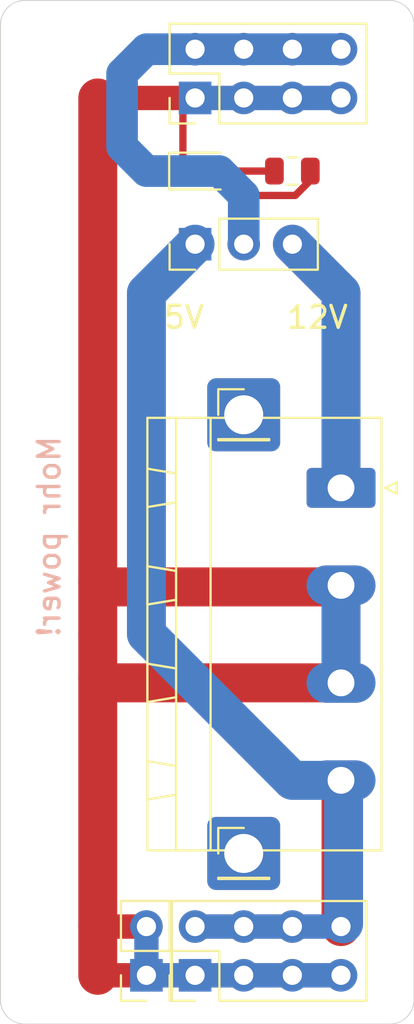
<source format=kicad_pcb>
(kicad_pcb (version 20171130) (host pcbnew 5.1.9+dfsg1-1+deb11u1)

  (general
    (thickness 1.6)
    (drawings 10)
    (tracks 48)
    (zones 0)
    (modules 9)
    (nets 8)
  )

  (page A4)
  (layers
    (0 F.Cu signal)
    (31 B.Cu signal)
    (32 B.Adhes user)
    (33 F.Adhes user)
    (34 B.Paste user)
    (35 F.Paste user)
    (36 B.SilkS user)
    (37 F.SilkS user)
    (38 B.Mask user)
    (39 F.Mask user)
    (40 Dwgs.User user)
    (41 Cmts.User user)
    (42 Eco1.User user)
    (43 Eco2.User user)
    (44 Edge.Cuts user)
    (45 Margin user)
    (46 B.CrtYd user)
    (47 F.CrtYd user)
    (48 B.Fab user hide)
    (49 F.Fab user hide)
  )

  (setup
    (last_trace_width 1.27)
    (user_trace_width 0.381)
    (user_trace_width 0.508)
    (user_trace_width 0.635)
    (user_trace_width 1.27)
    (user_trace_width 1.651)
    (user_trace_width 2.032)
    (trace_clearance 0.2)
    (zone_clearance 0.508)
    (zone_45_only no)
    (trace_min 0.2)
    (via_size 0.8)
    (via_drill 0.4)
    (via_min_size 0.4)
    (via_min_drill 0.3)
    (user_via 2.0574 2.032)
    (uvia_size 0.3)
    (uvia_drill 0.1)
    (uvias_allowed no)
    (uvia_min_size 0.2)
    (uvia_min_drill 0.1)
    (edge_width 0.05)
    (segment_width 0.2)
    (pcb_text_width 0.3)
    (pcb_text_size 1.5 1.5)
    (mod_edge_width 0.12)
    (mod_text_size 1 1)
    (mod_text_width 0.15)
    (pad_size 3.81 3.81)
    (pad_drill 2.032)
    (pad_to_mask_clearance 0)
    (aux_axis_origin 0 0)
    (visible_elements FFFFEF7F)
    (pcbplotparams
      (layerselection 0x010fc_ffffffff)
      (usegerberextensions false)
      (usegerberattributes true)
      (usegerberadvancedattributes true)
      (creategerberjobfile true)
      (excludeedgelayer true)
      (linewidth 0.100000)
      (plotframeref false)
      (viasonmask false)
      (mode 1)
      (useauxorigin false)
      (hpglpennumber 1)
      (hpglpenspeed 20)
      (hpglpendiameter 15.000000)
      (psnegative false)
      (psa4output false)
      (plotreference true)
      (plotvalue true)
      (plotinvisibletext false)
      (padsonsilk false)
      (subtractmaskfromsilk false)
      (outputformat 1)
      (mirror false)
      (drillshape 0)
      (scaleselection 1)
      (outputdirectory ""))
  )

  (net 0 "")
  (net 1 "Net-(D1-Pad2)")
  (net 2 "Net-(D1-Pad1)")
  (net 3 "Net-(J1-Pad4)")
  (net 4 "Net-(J1-Pad1)")
  (net 5 "Net-(J2-Pad2)")
  (net 6 "Net-(J5-Pad1)")
  (net 7 "Net-(J6-Pad1)")

  (net_class Default "This is the default net class."
    (clearance 0.2)
    (trace_width 0.25)
    (via_dia 0.8)
    (via_drill 0.4)
    (uvia_dia 0.3)
    (uvia_drill 0.1)
    (add_net "Net-(D1-Pad1)")
    (add_net "Net-(D1-Pad2)")
    (add_net "Net-(J1-Pad1)")
    (add_net "Net-(J1-Pad4)")
    (add_net "Net-(J2-Pad2)")
    (add_net "Net-(J5-Pad1)")
    (add_net "Net-(J6-Pad1)")
  )

  (module Connector_PinHeader_2.54mm:PinHeader_2x01_P2.54mm_Vertical (layer F.Cu) (tedit 59FED5CC) (tstamp 663A33D9)
    (at 175.26 142.24 90)
    (descr "Through hole straight pin header, 2x01, 2.54mm pitch, double rows")
    (tags "Through hole pin header THT 2x01 2.54mm double row")
    (path /663913DE)
    (fp_text reference J7 (at 1.27 -2.33 90) (layer F.SilkS) hide
      (effects (font (size 1 1) (thickness 0.15)))
    )
    (fp_text value Conn_01x02 (at 1.27 2.33 90) (layer F.Fab)
      (effects (font (size 1 1) (thickness 0.15)))
    )
    (fp_text user %R (at 1.27 0) (layer F.Fab)
      (effects (font (size 1 1) (thickness 0.15)))
    )
    (fp_line (start 0 -1.27) (end 3.81 -1.27) (layer F.Fab) (width 0.1))
    (fp_line (start 3.81 -1.27) (end 3.81 1.27) (layer F.Fab) (width 0.1))
    (fp_line (start 3.81 1.27) (end -1.27 1.27) (layer F.Fab) (width 0.1))
    (fp_line (start -1.27 1.27) (end -1.27 0) (layer F.Fab) (width 0.1))
    (fp_line (start -1.27 0) (end 0 -1.27) (layer F.Fab) (width 0.1))
    (fp_line (start -1.33 1.33) (end 3.87 1.33) (layer F.SilkS) (width 0.12))
    (fp_line (start -1.33 1.27) (end -1.33 1.33) (layer F.SilkS) (width 0.12))
    (fp_line (start 3.87 -1.33) (end 3.87 1.33) (layer F.SilkS) (width 0.12))
    (fp_line (start -1.33 1.27) (end 1.27 1.27) (layer F.SilkS) (width 0.12))
    (fp_line (start 1.27 1.27) (end 1.27 -1.33) (layer F.SilkS) (width 0.12))
    (fp_line (start 1.27 -1.33) (end 3.87 -1.33) (layer F.SilkS) (width 0.12))
    (fp_line (start -1.33 0) (end -1.33 -1.33) (layer F.SilkS) (width 0.12))
    (fp_line (start -1.33 -1.33) (end 0 -1.33) (layer F.SilkS) (width 0.12))
    (fp_line (start -1.8 -1.8) (end -1.8 1.8) (layer F.CrtYd) (width 0.05))
    (fp_line (start -1.8 1.8) (end 4.35 1.8) (layer F.CrtYd) (width 0.05))
    (fp_line (start 4.35 1.8) (end 4.35 -1.8) (layer F.CrtYd) (width 0.05))
    (fp_line (start 4.35 -1.8) (end -1.8 -1.8) (layer F.CrtYd) (width 0.05))
    (pad 2 thru_hole oval (at 2.54 0 90) (size 1.7 1.7) (drill 1) (layers *.Cu *.Mask)
      (net 2 "Net-(D1-Pad1)"))
    (pad 1 thru_hole rect (at 0 0 90) (size 1.7 1.7) (drill 1) (layers *.Cu *.Mask)
      (net 2 "Net-(D1-Pad1)"))
    (model ${KISYS3DMOD}/Connector_PinHeader_2.54mm.3dshapes/PinHeader_2x01_P2.54mm_Vertical.wrl
      (at (xyz 0 0 0))
      (scale (xyz 1 1 1))
      (rotate (xyz 0 0 0))
    )
  )

  (module Connector_PinHeader_2.54mm:PinHeader_1x01_P2.54mm_Vertical (layer F.Cu) (tedit 59FED5CC) (tstamp 663A28F3)
    (at 180.34 135.89)
    (descr "Through hole straight pin header, 1x01, 2.54mm pitch, single row")
    (tags "Through hole pin header THT 1x01 2.54mm single row")
    (path /6638CE7D)
    (fp_text reference J6 (at 0 -2.33) (layer F.SilkS) hide
      (effects (font (size 1 1) (thickness 0.15)))
    )
    (fp_text value Conn_01x01 (at 0 2.33) (layer F.Fab)
      (effects (font (size 1 1) (thickness 0.15)))
    )
    (fp_text user %R (at 0 0 90) (layer F.Fab)
      (effects (font (size 1 1) (thickness 0.15)))
    )
    (fp_line (start -0.635 -1.27) (end 1.27 -1.27) (layer F.Fab) (width 0.1))
    (fp_line (start 1.27 -1.27) (end 1.27 1.27) (layer F.Fab) (width 0.1))
    (fp_line (start 1.27 1.27) (end -1.27 1.27) (layer F.Fab) (width 0.1))
    (fp_line (start -1.27 1.27) (end -1.27 -0.635) (layer F.Fab) (width 0.1))
    (fp_line (start -1.27 -0.635) (end -0.635 -1.27) (layer F.Fab) (width 0.1))
    (fp_line (start -1.33 1.33) (end 1.33 1.33) (layer F.SilkS) (width 0.12))
    (fp_line (start -1.33 1.27) (end -1.33 1.33) (layer F.SilkS) (width 0.12))
    (fp_line (start 1.33 1.27) (end 1.33 1.33) (layer F.SilkS) (width 0.12))
    (fp_line (start -1.33 1.27) (end 1.33 1.27) (layer F.SilkS) (width 0.12))
    (fp_line (start -1.33 0) (end -1.33 -1.33) (layer F.SilkS) (width 0.12))
    (fp_line (start -1.33 -1.33) (end 0 -1.33) (layer F.SilkS) (width 0.12))
    (fp_line (start -1.8 -1.8) (end -1.8 1.8) (layer F.CrtYd) (width 0.05))
    (fp_line (start -1.8 1.8) (end 1.8 1.8) (layer F.CrtYd) (width 0.05))
    (fp_line (start 1.8 1.8) (end 1.8 -1.8) (layer F.CrtYd) (width 0.05))
    (fp_line (start 1.8 -1.8) (end -1.8 -1.8) (layer F.CrtYd) (width 0.05))
    (pad 1 thru_hole roundrect (at 0 0) (size 3.81 3.81) (drill 2.032) (layers *.Cu *.Mask) (roundrect_rratio 0.12)
      (net 7 "Net-(J6-Pad1)"))
    (model ${KISYS3DMOD}/Connector_PinHeader_2.54mm.3dshapes/PinHeader_1x01_P2.54mm_Vertical.wrl
      (at (xyz 0 0 0))
      (scale (xyz 1 1 1))
      (rotate (xyz 0 0 0))
    )
  )

  (module Connector_PinHeader_2.54mm:PinHeader_1x01_P2.54mm_Vertical (layer F.Cu) (tedit 6635D5B5) (tstamp 663A26B0)
    (at 180.34 113.03)
    (descr "Through hole straight pin header, 1x01, 2.54mm pitch, single row")
    (tags "Through hole pin header THT 1x01 2.54mm single row")
    (path /6638C947)
    (fp_text reference J5 (at 0 -2.33) (layer F.SilkS) hide
      (effects (font (size 1 1) (thickness 0.15)))
    )
    (fp_text value Conn_01x01 (at 0 2.33) (layer F.Fab)
      (effects (font (size 1 1) (thickness 0.15)))
    )
    (fp_text user %R (at 0 0 90) (layer F.Fab)
      (effects (font (size 1 1) (thickness 0.15)))
    )
    (fp_line (start -0.635 -1.27) (end 1.27 -1.27) (layer F.Fab) (width 0.1))
    (fp_line (start 1.27 -1.27) (end 1.27 1.27) (layer F.Fab) (width 0.1))
    (fp_line (start 1.27 1.27) (end -1.27 1.27) (layer F.Fab) (width 0.1))
    (fp_line (start -1.27 1.27) (end -1.27 -0.635) (layer F.Fab) (width 0.1))
    (fp_line (start -1.27 -0.635) (end -0.635 -1.27) (layer F.Fab) (width 0.1))
    (fp_line (start -1.33 1.33) (end 1.33 1.33) (layer F.SilkS) (width 0.12))
    (fp_line (start -1.33 1.27) (end -1.33 1.33) (layer F.SilkS) (width 0.12))
    (fp_line (start 1.33 1.27) (end 1.33 1.33) (layer F.SilkS) (width 0.12))
    (fp_line (start -1.33 1.27) (end 1.33 1.27) (layer F.SilkS) (width 0.12))
    (fp_line (start -1.33 0) (end -1.33 -1.33) (layer F.SilkS) (width 0.12))
    (fp_line (start -1.33 -1.33) (end 0 -1.33) (layer F.SilkS) (width 0.12))
    (fp_line (start -1.8 -1.8) (end -1.8 1.8) (layer F.CrtYd) (width 0.05))
    (fp_line (start -1.8 1.8) (end 1.8 1.8) (layer F.CrtYd) (width 0.05))
    (fp_line (start 1.8 1.8) (end 1.8 -1.8) (layer F.CrtYd) (width 0.05))
    (fp_line (start 1.8 -1.8) (end -1.8 -1.8) (layer F.CrtYd) (width 0.05))
    (pad 1 thru_hole roundrect (at 0 0) (size 3.81 3.81) (drill 2.032) (layers *.Cu *.Mask) (roundrect_rratio 0.12)
      (net 6 "Net-(J5-Pad1)"))
    (model ${KISYS3DMOD}/Connector_PinHeader_2.54mm.3dshapes/PinHeader_1x01_P2.54mm_Vertical.wrl
      (at (xyz 0 0 0))
      (scale (xyz 1 1 1))
      (rotate (xyz 0 0 0))
    )
  )

  (module Resistor_SMD:R_0805_2012Metric (layer F.Cu) (tedit 5B36C52B) (tstamp 663A14D3)
    (at 182.88 100.33 180)
    (descr "Resistor SMD 0805 (2012 Metric), square (rectangular) end terminal, IPC_7351 nominal, (Body size source: https://docs.google.com/spreadsheets/d/1BsfQQcO9C6DZCsRaXUlFlo91Tg2WpOkGARC1WS5S8t0/edit?usp=sharing), generated with kicad-footprint-generator")
    (tags resistor)
    (path /66371646)
    (attr smd)
    (fp_text reference R1 (at 0 -1.65) (layer F.SilkS) hide
      (effects (font (size 1 1) (thickness 0.15)))
    )
    (fp_text value R (at 0 1.65) (layer F.Fab)
      (effects (font (size 1 1) (thickness 0.15)))
    )
    (fp_text user %R (at 0 0) (layer F.Fab)
      (effects (font (size 0.5 0.5) (thickness 0.08)))
    )
    (fp_line (start -1 0.6) (end -1 -0.6) (layer F.Fab) (width 0.1))
    (fp_line (start -1 -0.6) (end 1 -0.6) (layer F.Fab) (width 0.1))
    (fp_line (start 1 -0.6) (end 1 0.6) (layer F.Fab) (width 0.1))
    (fp_line (start 1 0.6) (end -1 0.6) (layer F.Fab) (width 0.1))
    (fp_line (start -0.258578 -0.71) (end 0.258578 -0.71) (layer F.SilkS) (width 0.12))
    (fp_line (start -0.258578 0.71) (end 0.258578 0.71) (layer F.SilkS) (width 0.12))
    (fp_line (start -1.68 0.95) (end -1.68 -0.95) (layer F.CrtYd) (width 0.05))
    (fp_line (start -1.68 -0.95) (end 1.68 -0.95) (layer F.CrtYd) (width 0.05))
    (fp_line (start 1.68 -0.95) (end 1.68 0.95) (layer F.CrtYd) (width 0.05))
    (fp_line (start 1.68 0.95) (end -1.68 0.95) (layer F.CrtYd) (width 0.05))
    (pad 2 smd roundrect (at 0.9375 0 180) (size 0.975 1.4) (layers F.Cu F.Paste F.Mask) (roundrect_rratio 0.25)
      (net 1 "Net-(D1-Pad2)"))
    (pad 1 smd roundrect (at -0.9375 0 180) (size 0.975 1.4) (layers F.Cu F.Paste F.Mask) (roundrect_rratio 0.25)
      (net 5 "Net-(J2-Pad2)"))
    (model ${KISYS3DMOD}/Resistor_SMD.3dshapes/R_0805_2012Metric.wrl
      (at (xyz 0 0 0))
      (scale (xyz 1 1 1))
      (rotate (xyz 0 0 0))
    )
  )

  (module Connector_PinHeader_2.54mm:PinHeader_2x04_P2.54mm_Vertical (layer F.Cu) (tedit 59FED5CC) (tstamp 663A144C)
    (at 177.8 142.24 90)
    (descr "Through hole straight pin header, 2x04, 2.54mm pitch, double rows")
    (tags "Through hole pin header THT 2x04 2.54mm double row")
    (path /66370A6D)
    (fp_text reference J4 (at 1.27 -2.33 90) (layer F.SilkS) hide
      (effects (font (size 1 1) (thickness 0.15)))
    )
    (fp_text value Conn_02x04_Odd_Even (at 1.27 9.95 90) (layer F.Fab)
      (effects (font (size 1 1) (thickness 0.15)))
    )
    (fp_text user %R (at 1.27 3.81) (layer F.Fab)
      (effects (font (size 1 1) (thickness 0.15)))
    )
    (fp_line (start 0 -1.27) (end 3.81 -1.27) (layer F.Fab) (width 0.1))
    (fp_line (start 3.81 -1.27) (end 3.81 8.89) (layer F.Fab) (width 0.1))
    (fp_line (start 3.81 8.89) (end -1.27 8.89) (layer F.Fab) (width 0.1))
    (fp_line (start -1.27 8.89) (end -1.27 0) (layer F.Fab) (width 0.1))
    (fp_line (start -1.27 0) (end 0 -1.27) (layer F.Fab) (width 0.1))
    (fp_line (start -1.33 8.95) (end 3.87 8.95) (layer F.SilkS) (width 0.12))
    (fp_line (start -1.33 1.27) (end -1.33 8.95) (layer F.SilkS) (width 0.12))
    (fp_line (start 3.87 -1.33) (end 3.87 8.95) (layer F.SilkS) (width 0.12))
    (fp_line (start -1.33 1.27) (end 1.27 1.27) (layer F.SilkS) (width 0.12))
    (fp_line (start 1.27 1.27) (end 1.27 -1.33) (layer F.SilkS) (width 0.12))
    (fp_line (start 1.27 -1.33) (end 3.87 -1.33) (layer F.SilkS) (width 0.12))
    (fp_line (start -1.33 0) (end -1.33 -1.33) (layer F.SilkS) (width 0.12))
    (fp_line (start -1.33 -1.33) (end 0 -1.33) (layer F.SilkS) (width 0.12))
    (fp_line (start -1.8 -1.8) (end -1.8 9.4) (layer F.CrtYd) (width 0.05))
    (fp_line (start -1.8 9.4) (end 4.35 9.4) (layer F.CrtYd) (width 0.05))
    (fp_line (start 4.35 9.4) (end 4.35 -1.8) (layer F.CrtYd) (width 0.05))
    (fp_line (start 4.35 -1.8) (end -1.8 -1.8) (layer F.CrtYd) (width 0.05))
    (pad 8 thru_hole oval (at 2.54 7.62 90) (size 1.7 1.7) (drill 1) (layers *.Cu *.Mask)
      (net 3 "Net-(J1-Pad4)"))
    (pad 7 thru_hole oval (at 0 7.62 90) (size 1.7 1.7) (drill 1) (layers *.Cu *.Mask)
      (net 2 "Net-(D1-Pad1)"))
    (pad 6 thru_hole oval (at 2.54 5.08 90) (size 1.7 1.7) (drill 1) (layers *.Cu *.Mask)
      (net 3 "Net-(J1-Pad4)"))
    (pad 5 thru_hole oval (at 0 5.08 90) (size 1.7 1.7) (drill 1) (layers *.Cu *.Mask)
      (net 2 "Net-(D1-Pad1)"))
    (pad 4 thru_hole oval (at 2.54 2.54 90) (size 1.7 1.7) (drill 1) (layers *.Cu *.Mask)
      (net 3 "Net-(J1-Pad4)"))
    (pad 3 thru_hole oval (at 0 2.54 90) (size 1.7 1.7) (drill 1) (layers *.Cu *.Mask)
      (net 2 "Net-(D1-Pad1)"))
    (pad 2 thru_hole oval (at 2.54 0 90) (size 1.7 1.7) (drill 1) (layers *.Cu *.Mask)
      (net 3 "Net-(J1-Pad4)"))
    (pad 1 thru_hole rect (at 0 0 90) (size 1.7 1.7) (drill 1) (layers *.Cu *.Mask)
      (net 2 "Net-(D1-Pad1)"))
    (model ${KISYS3DMOD}/Connector_PinHeader_2.54mm.3dshapes/PinHeader_2x04_P2.54mm_Vertical.wrl
      (at (xyz 0 0 0))
      (scale (xyz 1 1 1))
      (rotate (xyz 0 0 0))
    )
  )

  (module Connector_PinHeader_2.54mm:PinHeader_2x04_P2.54mm_Vertical (layer F.Cu) (tedit 59FED5CC) (tstamp 663A1200)
    (at 177.8 96.52 90)
    (descr "Through hole straight pin header, 2x04, 2.54mm pitch, double rows")
    (tags "Through hole pin header THT 2x04 2.54mm double row")
    (path /6637040D)
    (fp_text reference J3 (at 1.27 -2.33 90) (layer F.SilkS) hide
      (effects (font (size 1 1) (thickness 0.15)))
    )
    (fp_text value Conn_02x04_Odd_Even (at 1.27 9.95 90) (layer F.Fab)
      (effects (font (size 1 1) (thickness 0.15)))
    )
    (fp_text user %R (at 1.27 3.81) (layer F.Fab)
      (effects (font (size 1 1) (thickness 0.15)))
    )
    (fp_line (start 0 -1.27) (end 3.81 -1.27) (layer F.Fab) (width 0.1))
    (fp_line (start 3.81 -1.27) (end 3.81 8.89) (layer F.Fab) (width 0.1))
    (fp_line (start 3.81 8.89) (end -1.27 8.89) (layer F.Fab) (width 0.1))
    (fp_line (start -1.27 8.89) (end -1.27 0) (layer F.Fab) (width 0.1))
    (fp_line (start -1.27 0) (end 0 -1.27) (layer F.Fab) (width 0.1))
    (fp_line (start -1.33 8.95) (end 3.87 8.95) (layer F.SilkS) (width 0.12))
    (fp_line (start -1.33 1.27) (end -1.33 8.95) (layer F.SilkS) (width 0.12))
    (fp_line (start 3.87 -1.33) (end 3.87 8.95) (layer F.SilkS) (width 0.12))
    (fp_line (start -1.33 1.27) (end 1.27 1.27) (layer F.SilkS) (width 0.12))
    (fp_line (start 1.27 1.27) (end 1.27 -1.33) (layer F.SilkS) (width 0.12))
    (fp_line (start 1.27 -1.33) (end 3.87 -1.33) (layer F.SilkS) (width 0.12))
    (fp_line (start -1.33 0) (end -1.33 -1.33) (layer F.SilkS) (width 0.12))
    (fp_line (start -1.33 -1.33) (end 0 -1.33) (layer F.SilkS) (width 0.12))
    (fp_line (start -1.8 -1.8) (end -1.8 9.4) (layer F.CrtYd) (width 0.05))
    (fp_line (start -1.8 9.4) (end 4.35 9.4) (layer F.CrtYd) (width 0.05))
    (fp_line (start 4.35 9.4) (end 4.35 -1.8) (layer F.CrtYd) (width 0.05))
    (fp_line (start 4.35 -1.8) (end -1.8 -1.8) (layer F.CrtYd) (width 0.05))
    (pad 8 thru_hole oval (at 2.54 7.62 90) (size 1.7 1.7) (drill 1) (layers *.Cu *.Mask)
      (net 5 "Net-(J2-Pad2)"))
    (pad 7 thru_hole oval (at 0 7.62 90) (size 1.7 1.7) (drill 1) (layers *.Cu *.Mask)
      (net 2 "Net-(D1-Pad1)"))
    (pad 6 thru_hole oval (at 2.54 5.08 90) (size 1.7 1.7) (drill 1) (layers *.Cu *.Mask)
      (net 5 "Net-(J2-Pad2)"))
    (pad 5 thru_hole oval (at 0 5.08 90) (size 1.7 1.7) (drill 1) (layers *.Cu *.Mask)
      (net 2 "Net-(D1-Pad1)"))
    (pad 4 thru_hole oval (at 2.54 2.54 90) (size 1.7 1.7) (drill 1) (layers *.Cu *.Mask)
      (net 5 "Net-(J2-Pad2)"))
    (pad 3 thru_hole oval (at 0 2.54 90) (size 1.7 1.7) (drill 1) (layers *.Cu *.Mask)
      (net 2 "Net-(D1-Pad1)"))
    (pad 2 thru_hole oval (at 2.54 0 90) (size 1.7 1.7) (drill 1) (layers *.Cu *.Mask)
      (net 5 "Net-(J2-Pad2)"))
    (pad 1 thru_hole rect (at 0 0 90) (size 1.7 1.7) (drill 1) (layers *.Cu *.Mask)
      (net 2 "Net-(D1-Pad1)"))
    (model ${KISYS3DMOD}/Connector_PinHeader_2.54mm.3dshapes/PinHeader_2x04_P2.54mm_Vertical.wrl
      (at (xyz 0 0 0))
      (scale (xyz 1 1 1))
      (rotate (xyz 0 0 0))
    )
  )

  (module Connector_PinHeader_2.54mm:PinHeader_1x03_P2.54mm_Vertical (layer F.Cu) (tedit 59FED5CC) (tstamp 663A0FB4)
    (at 177.8 104.14 90)
    (descr "Through hole straight pin header, 1x03, 2.54mm pitch, single row")
    (tags "Through hole pin header THT 1x03 2.54mm single row")
    (path /66376D0E)
    (fp_text reference J2 (at 0 -2.33 90) (layer F.SilkS) hide
      (effects (font (size 1 1) (thickness 0.15)))
    )
    (fp_text value Conn_01x03 (at 0 7.41 90) (layer F.Fab)
      (effects (font (size 1 1) (thickness 0.15)))
    )
    (fp_text user %R (at 0 2.54) (layer F.Fab)
      (effects (font (size 1 1) (thickness 0.15)))
    )
    (fp_line (start -0.635 -1.27) (end 1.27 -1.27) (layer F.Fab) (width 0.1))
    (fp_line (start 1.27 -1.27) (end 1.27 6.35) (layer F.Fab) (width 0.1))
    (fp_line (start 1.27 6.35) (end -1.27 6.35) (layer F.Fab) (width 0.1))
    (fp_line (start -1.27 6.35) (end -1.27 -0.635) (layer F.Fab) (width 0.1))
    (fp_line (start -1.27 -0.635) (end -0.635 -1.27) (layer F.Fab) (width 0.1))
    (fp_line (start -1.33 6.41) (end 1.33 6.41) (layer F.SilkS) (width 0.12))
    (fp_line (start -1.33 1.27) (end -1.33 6.41) (layer F.SilkS) (width 0.12))
    (fp_line (start 1.33 1.27) (end 1.33 6.41) (layer F.SilkS) (width 0.12))
    (fp_line (start -1.33 1.27) (end 1.33 1.27) (layer F.SilkS) (width 0.12))
    (fp_line (start -1.33 0) (end -1.33 -1.33) (layer F.SilkS) (width 0.12))
    (fp_line (start -1.33 -1.33) (end 0 -1.33) (layer F.SilkS) (width 0.12))
    (fp_line (start -1.8 -1.8) (end -1.8 6.85) (layer F.CrtYd) (width 0.05))
    (fp_line (start -1.8 6.85) (end 1.8 6.85) (layer F.CrtYd) (width 0.05))
    (fp_line (start 1.8 6.85) (end 1.8 -1.8) (layer F.CrtYd) (width 0.05))
    (fp_line (start 1.8 -1.8) (end -1.8 -1.8) (layer F.CrtYd) (width 0.05))
    (pad 3 thru_hole oval (at 0 5.08 90) (size 1.7 1.7) (drill 1) (layers *.Cu *.Mask)
      (net 4 "Net-(J1-Pad1)"))
    (pad 2 thru_hole oval (at 0 2.54 90) (size 1.7 1.7) (drill 1) (layers *.Cu *.Mask)
      (net 5 "Net-(J2-Pad2)"))
    (pad 1 thru_hole rect (at 0 0 90) (size 1.7 1.7) (drill 1) (layers *.Cu *.Mask)
      (net 3 "Net-(J1-Pad4)"))
    (model ${KISYS3DMOD}/Connector_PinHeader_2.54mm.3dshapes/PinHeader_1x03_P2.54mm_Vertical.wrl
      (at (xyz 0 0 0))
      (scale (xyz 1 1 1))
      (rotate (xyz 0 0 0))
    )
  )

  (module Connector_Phoenix_MSTB:PhoenixContact_MSTBA_2,5_4-G-5,08_1x04_P5.08mm_Horizontal (layer F.Cu) (tedit 5B785047) (tstamp 663A0D6F)
    (at 185.42 116.84 270)
    (descr "Generic Phoenix Contact connector footprint for: MSTBA_2,5/4-G-5,08; number of pins: 04; pin pitch: 5.08mm; Angled || order number: 1757268 12A || order number: 1923885 16A (HC)")
    (tags "phoenix_contact connector MSTBA_01x04_G_5.08mm")
    (path /6636F77B)
    (fp_text reference J1 (at 7.62 -3.2 90) (layer F.SilkS) hide
      (effects (font (size 1 1) (thickness 0.15)))
    )
    (fp_text value Conn_01x04_Male (at 7.62 11.2 90) (layer F.Fab)
      (effects (font (size 1 1) (thickness 0.15)))
    )
    (fp_text user %R (at 7.62 -1.3 90) (layer F.Fab)
      (effects (font (size 1 1) (thickness 0.15)))
    )
    (fp_line (start -3.65 -2.11) (end -3.65 10.11) (layer F.SilkS) (width 0.12))
    (fp_line (start -3.65 10.11) (end 18.89 10.11) (layer F.SilkS) (width 0.12))
    (fp_line (start 18.89 10.11) (end 18.89 -2.11) (layer F.SilkS) (width 0.12))
    (fp_line (start 18.89 -2.11) (end -3.65 -2.11) (layer F.SilkS) (width 0.12))
    (fp_line (start -3.54 -2) (end -3.54 10) (layer F.Fab) (width 0.1))
    (fp_line (start -3.54 10) (end 18.78 10) (layer F.Fab) (width 0.1))
    (fp_line (start 18.78 10) (end 18.78 -2) (layer F.Fab) (width 0.1))
    (fp_line (start 18.78 -2) (end -3.54 -2) (layer F.Fab) (width 0.1))
    (fp_line (start -3.65 8.61) (end -3.65 6.81) (layer F.SilkS) (width 0.12))
    (fp_line (start -3.65 6.81) (end 18.89 6.81) (layer F.SilkS) (width 0.12))
    (fp_line (start 18.89 6.81) (end 18.89 8.61) (layer F.SilkS) (width 0.12))
    (fp_line (start 18.89 8.61) (end -3.65 8.61) (layer F.SilkS) (width 0.12))
    (fp_line (start -1 10.11) (end 1 10.11) (layer F.SilkS) (width 0.12))
    (fp_line (start 1 10.11) (end 0.75 8.61) (layer F.SilkS) (width 0.12))
    (fp_line (start 0.75 8.61) (end -0.75 8.61) (layer F.SilkS) (width 0.12))
    (fp_line (start -0.75 8.61) (end -1 10.11) (layer F.SilkS) (width 0.12))
    (fp_line (start 4.08 10.11) (end 6.08 10.11) (layer F.SilkS) (width 0.12))
    (fp_line (start 6.08 10.11) (end 5.83 8.61) (layer F.SilkS) (width 0.12))
    (fp_line (start 5.83 8.61) (end 4.33 8.61) (layer F.SilkS) (width 0.12))
    (fp_line (start 4.33 8.61) (end 4.08 10.11) (layer F.SilkS) (width 0.12))
    (fp_line (start 9.16 10.11) (end 11.16 10.11) (layer F.SilkS) (width 0.12))
    (fp_line (start 11.16 10.11) (end 10.91 8.61) (layer F.SilkS) (width 0.12))
    (fp_line (start 10.91 8.61) (end 9.41 8.61) (layer F.SilkS) (width 0.12))
    (fp_line (start 9.41 8.61) (end 9.16 10.11) (layer F.SilkS) (width 0.12))
    (fp_line (start 14.24 10.11) (end 16.24 10.11) (layer F.SilkS) (width 0.12))
    (fp_line (start 16.24 10.11) (end 15.99 8.61) (layer F.SilkS) (width 0.12))
    (fp_line (start 15.99 8.61) (end 14.49 8.61) (layer F.SilkS) (width 0.12))
    (fp_line (start 14.49 8.61) (end 14.24 10.11) (layer F.SilkS) (width 0.12))
    (fp_line (start -4.04 -2.5) (end -4.04 10.5) (layer F.CrtYd) (width 0.05))
    (fp_line (start -4.04 10.5) (end 19.28 10.5) (layer F.CrtYd) (width 0.05))
    (fp_line (start 19.28 10.5) (end 19.28 -2.5) (layer F.CrtYd) (width 0.05))
    (fp_line (start 19.28 -2.5) (end -4.04 -2.5) (layer F.CrtYd) (width 0.05))
    (fp_line (start 0.3 -2.91) (end 0 -2.31) (layer F.SilkS) (width 0.12))
    (fp_line (start 0 -2.31) (end -0.3 -2.91) (layer F.SilkS) (width 0.12))
    (fp_line (start -0.3 -2.91) (end 0.3 -2.91) (layer F.SilkS) (width 0.12))
    (fp_line (start 0.95 -2) (end 0 -0.5) (layer F.Fab) (width 0.1))
    (fp_line (start 0 -0.5) (end -0.95 -2) (layer F.Fab) (width 0.1))
    (pad 4 thru_hole oval (at 15.24 0 270) (size 2.08 3.6) (drill 1.4) (layers *.Cu *.Mask)
      (net 3 "Net-(J1-Pad4)"))
    (pad 3 thru_hole oval (at 10.16 0 270) (size 2.08 3.6) (drill 1.4) (layers *.Cu *.Mask)
      (net 2 "Net-(D1-Pad1)"))
    (pad 2 thru_hole oval (at 5.08 0 270) (size 2.08 3.6) (drill 1.4) (layers *.Cu *.Mask)
      (net 2 "Net-(D1-Pad1)"))
    (pad 1 thru_hole roundrect (at 0 0 270) (size 2.08 3.6) (drill 1.4) (layers *.Cu *.Mask) (roundrect_rratio 0.1201918269230769)
      (net 4 "Net-(J1-Pad1)"))
    (model ${KISYS3DMOD}/Connector_Phoenix_MSTB.3dshapes/PhoenixContact_MSTBA_2,5_4-G-5,08_1x04_P5.08mm_Horizontal.wrl
      (at (xyz 0 0 0))
      (scale (xyz 1 1 1))
      (rotate (xyz 0 0 0))
    )
  )

  (module LED_SMD:LED_0805_2012Metric (layer F.Cu) (tedit 5B36C52C) (tstamp 663A0BD9)
    (at 178.1325 100.33)
    (descr "LED SMD 0805 (2012 Metric), square (rectangular) end terminal, IPC_7351 nominal, (Body size source: https://docs.google.com/spreadsheets/d/1BsfQQcO9C6DZCsRaXUlFlo91Tg2WpOkGARC1WS5S8t0/edit?usp=sharing), generated with kicad-footprint-generator")
    (tags diode)
    (path /66371CC2)
    (attr smd)
    (fp_text reference D1 (at 0 -1.65) (layer F.SilkS) hide
      (effects (font (size 1 1) (thickness 0.15)))
    )
    (fp_text value LED (at 0 1.65) (layer F.Fab)
      (effects (font (size 1 1) (thickness 0.15)))
    )
    (fp_text user %R (at 0 0) (layer F.Fab)
      (effects (font (size 0.5 0.5) (thickness 0.08)))
    )
    (fp_line (start 1 -0.6) (end -0.7 -0.6) (layer F.Fab) (width 0.1))
    (fp_line (start -0.7 -0.6) (end -1 -0.3) (layer F.Fab) (width 0.1))
    (fp_line (start -1 -0.3) (end -1 0.6) (layer F.Fab) (width 0.1))
    (fp_line (start -1 0.6) (end 1 0.6) (layer F.Fab) (width 0.1))
    (fp_line (start 1 0.6) (end 1 -0.6) (layer F.Fab) (width 0.1))
    (fp_line (start 1 -0.96) (end -1.685 -0.96) (layer F.SilkS) (width 0.12))
    (fp_line (start -1.685 -0.96) (end -1.685 0.96) (layer F.SilkS) (width 0.12))
    (fp_line (start -1.685 0.96) (end 1 0.96) (layer F.SilkS) (width 0.12))
    (fp_line (start -1.68 0.95) (end -1.68 -0.95) (layer F.CrtYd) (width 0.05))
    (fp_line (start -1.68 -0.95) (end 1.68 -0.95) (layer F.CrtYd) (width 0.05))
    (fp_line (start 1.68 -0.95) (end 1.68 0.95) (layer F.CrtYd) (width 0.05))
    (fp_line (start 1.68 0.95) (end -1.68 0.95) (layer F.CrtYd) (width 0.05))
    (pad 2 smd roundrect (at 0.9375 0) (size 0.975 1.4) (layers F.Cu F.Paste F.Mask) (roundrect_rratio 0.25)
      (net 1 "Net-(D1-Pad2)"))
    (pad 1 smd roundrect (at -0.9375 0) (size 0.975 1.4) (layers F.Cu F.Paste F.Mask) (roundrect_rratio 0.25)
      (net 2 "Net-(D1-Pad1)"))
    (model ${KISYS3DMOD}/LED_SMD.3dshapes/LED_0805_2012Metric.wrl
      (at (xyz 0 0 0))
      (scale (xyz 1 1 1))
      (rotate (xyz 0 0 0))
    )
  )

  (gr_text "5V     12V" (at 180.975 107.95) (layer F.SilkS)
    (effects (font (size 1.143 1.143) (thickness 0.1778)))
  )
  (gr_text "Mohr power!" (at 170.18 119.38 90) (layer B.SilkS)
    (effects (font (size 1.143 1.143) (thickness 0.1778)) (justify mirror))
  )
  (gr_arc (start 168.91 143.51) (end 167.64 143.51) (angle -90) (layer Edge.Cuts) (width 0.05))
  (gr_arc (start 187.96 143.51) (end 187.96 144.78) (angle -90) (layer Edge.Cuts) (width 0.05))
  (gr_arc (start 168.91 92.71) (end 168.91 91.44) (angle -90) (layer Edge.Cuts) (width 0.05))
  (gr_arc (start 187.96 92.71) (end 189.23 92.71) (angle -90) (layer Edge.Cuts) (width 0.05))
  (gr_line (start 168.91 91.44) (end 187.96 91.44) (layer Edge.Cuts) (width 0.05) (tstamp 663A2AC4))
  (gr_line (start 167.64 143.51) (end 167.64 92.71) (layer Edge.Cuts) (width 0.05))
  (gr_line (start 187.96 144.78) (end 168.91 144.78) (layer Edge.Cuts) (width 0.05))
  (gr_line (start 189.23 92.71) (end 189.23 143.51) (layer Edge.Cuts) (width 0.05))

  (segment (start 181.9425 100.33) (end 179.07 100.33) (width 0.381) (layer F.Cu) (net 1))
  (segment (start 185.42 96.52) (end 172.72 96.52) (width 1.27) (layer F.Cu) (net 2))
  (segment (start 177.165 97.155) (end 177.8 96.52) (width 0.381) (layer F.Cu) (net 2))
  (segment (start 177.165 100.3) (end 177.165 97.155) (width 0.381) (layer F.Cu) (net 2))
  (segment (start 177.195 100.33) (end 177.165 100.3) (width 0.381) (layer F.Cu) (net 2))
  (segment (start 172.72 121.72) (end 172.72 124.46) (width 2.032) (layer F.Cu) (net 2))
  (segment (start 172.72 96.52) (end 172.72 121.72) (width 2.032) (layer F.Cu) (net 2))
  (segment (start 172.72 124.46) (end 172.72 126.72) (width 2.032) (layer F.Cu) (net 2))
  (segment (start 173 127) (end 172.72 126.72) (width 2.032) (layer F.Cu) (net 2))
  (segment (start 185.42 127) (end 173 127) (width 2.032) (layer F.Cu) (net 2))
  (segment (start 173 122) (end 172.72 121.72) (width 2.032) (layer F.Cu) (net 2))
  (segment (start 185.34 122) (end 173 122) (width 2.032) (layer F.Cu) (net 2))
  (segment (start 185.42 121.92) (end 185.34 122) (width 2.032) (layer F.Cu) (net 2))
  (segment (start 185.42 121.92) (end 185.42 127) (width 2.032) (layer F.Cu) (net 2))
  (segment (start 185.42 121.92) (end 185.42 127) (width 2.032) (layer B.Cu) (net 2))
  (segment (start 175.26 139.7) (end 172.72 139.7) (width 1.27) (layer F.Cu) (net 2))
  (segment (start 172.72 139.7) (end 172.72 142.24) (width 2.032) (layer F.Cu) (net 2))
  (segment (start 172.72 126.72) (end 172.72 139.7) (width 2.032) (layer F.Cu) (net 2))
  (segment (start 185.42 142.24) (end 172.72 142.24) (width 1.27) (layer F.Cu) (net 2))
  (segment (start 177.8 96.52) (end 185.42 96.52) (width 1.27) (layer B.Cu) (net 2))
  (segment (start 185.42 142.24) (end 175.26 142.24) (width 1.27) (layer B.Cu) (net 2))
  (segment (start 175.26 139.7) (end 175.26 142.24) (width 1.27) (layer B.Cu) (net 2))
  (segment (start 185.555503 132.215503) (end 185.555503 139.554503) (width 2.032) (layer B.Cu) (net 3))
  (segment (start 185.42 132.08) (end 185.555503 132.215503) (width 1.27) (layer B.Cu) (net 3))
  (segment (start 182.88 132.08) (end 185.42 132.08) (width 2.032) (layer B.Cu) (net 3))
  (segment (start 175.26 124.46) (end 182.88 132.08) (width 2.032) (layer B.Cu) (net 3))
  (segment (start 175.26 106.68) (end 175.26 124.46) (width 2.032) (layer B.Cu) (net 3))
  (segment (start 177.8 104.14) (end 175.26 106.68) (width 2.032) (layer B.Cu) (net 3))
  (segment (start 185.42 139.7) (end 177.8 139.7) (width 1.27) (layer B.Cu) (net 3))
  (segment (start 185.42 132.08) (end 185.42 139.7) (width 2.032) (layer F.Cu) (net 3))
  (segment (start 185.42 139.7) (end 177.8 139.7) (width 1.27) (layer F.Cu) (net 3))
  (segment (start 185.42 106.68) (end 185.42 116.84) (width 2.032) (layer B.Cu) (net 4))
  (segment (start 182.88 104.14) (end 185.42 106.68) (width 2.032) (layer B.Cu) (net 4))
  (segment (start 185.42 116.84) (end 185.42 106.68) (width 2.032) (layer F.Cu) (net 4))
  (segment (start 185.42 106.68) (end 182.88 104.14) (width 2.032) (layer F.Cu) (net 4))
  (segment (start 180.34 102.235) (end 180.34 104.14) (width 0.635) (layer F.Cu) (net 5) (tstamp 663A2AA8))
  (segment (start 180.975 101.6) (end 180.34 102.235) (width 0.381) (layer F.Cu) (net 5))
  (segment (start 183.03125 101.6) (end 180.975 101.6) (width 0.381) (layer F.Cu) (net 5))
  (segment (start 183.8175 100.81375) (end 183.03125 101.6) (width 0.381) (layer F.Cu) (net 5))
  (segment (start 183.8175 100.33) (end 183.8175 100.81375) (width 0.381) (layer F.Cu) (net 5))
  (segment (start 185.42 93.98) (end 177.8 93.98) (width 1.27) (layer F.Cu) (net 5))
  (segment (start 180.34 101.6) (end 180.34 104.14) (width 1.651) (layer B.Cu) (net 5))
  (segment (start 179.07 100.33) (end 180.34 101.6) (width 1.651) (layer B.Cu) (net 5))
  (segment (start 175.26 100.33) (end 179.07 100.33) (width 1.651) (layer B.Cu) (net 5))
  (segment (start 173.99 99.06) (end 175.26 100.33) (width 1.651) (layer B.Cu) (net 5))
  (segment (start 173.99 95.25) (end 173.99 99.06) (width 1.651) (layer B.Cu) (net 5))
  (segment (start 175.26 93.98) (end 173.99 95.25) (width 1.651) (layer B.Cu) (net 5))
  (segment (start 185.42 93.98) (end 175.26 93.98) (width 1.651) (layer B.Cu) (net 5))

)

</source>
